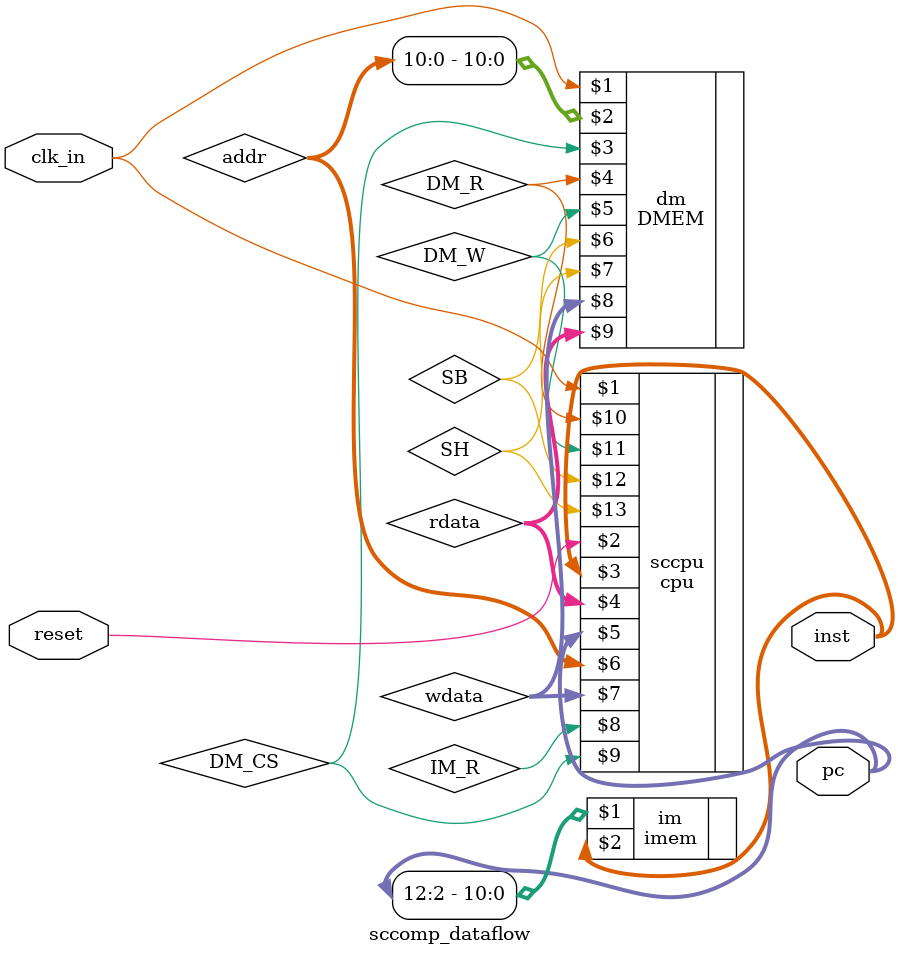
<source format=v>
`timescale 1ns / 1ps


module sccomp_dataflow(
input clk_in,
input reset,
output [31:0] inst,
output [31:0] pc
);

wire [31:0] addr;
wire [31:0] wdata;
wire [31:0] rdata;
wire [31:0] ip_in;
wire SB,SH,IM_R,DM_CS,DM_R,DM_W;

cpu sccpu(clk_in,reset,inst,rdata,pc,addr,wdata,IM_R,DM_CS,DM_R,DM_W,SB,SH);
imem im(pc[12:2],inst);
//IMEM im(clk_in,pc[12:2],IM_R,inst);
DMEM dm(clk_in,addr[10:0],DM_CS,DM_R,DM_W,SB,SH,wdata,rdata);

endmodule

</source>
